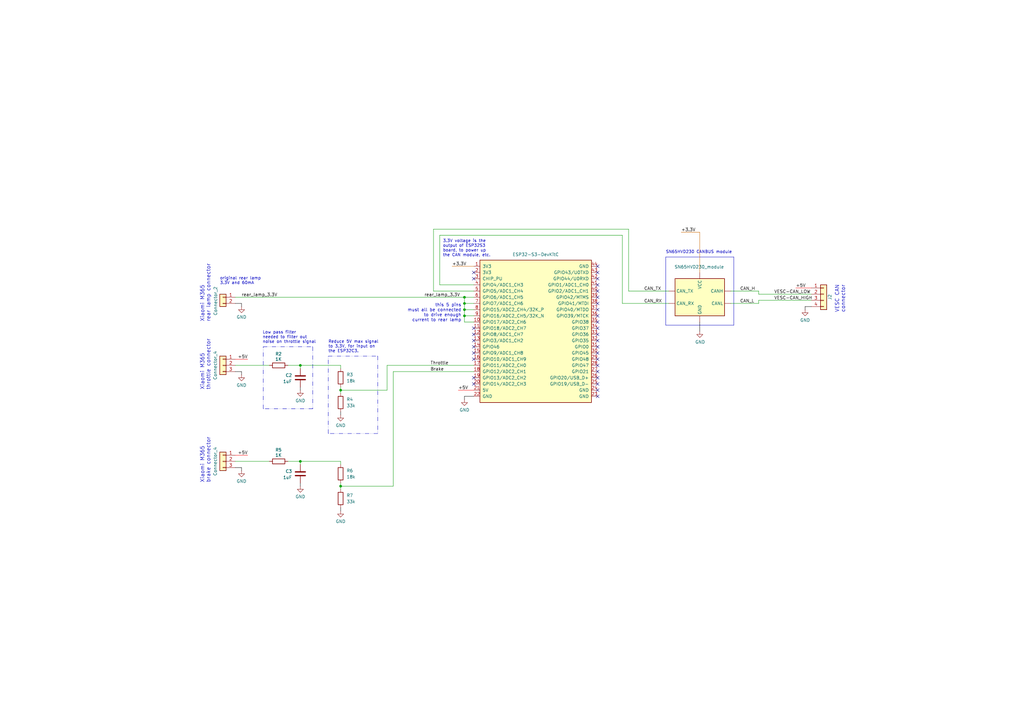
<source format=kicad_sch>
(kicad_sch (version 20231120) (generator "eeschema") (generator_version "8.0")
  (paper "A3")
  (lib_symbols
    (symbol "Connector_Generic:Conn_01x02" (pin_names (offset 1.016) hide)
      (property "Reference" "J" (at 0 2.54 0))
      (property "Value" "Conn_01x02" (at 0 -5.08 0))
      (symbol "Conn_01x02_1_1"
        (rectangle (start -1.27 -2.413) (end 0 -2.667) (stroke (width 0.1524)))
        (rectangle (start -1.27 0.127) (end 0 -0.127) (stroke (width 0.1524)))
        (rectangle (start -1.27 1.27) (end 1.27 -3.81) (stroke (width 0.254)) (fill (type background)))
        (pin passive line (at -5.08 0 0) (length 3.81) (name "Pin_1") (number "1"))
        (pin passive line (at -5.08 -2.54 0) (length 3.81) (name "Pin_2") (number "2"))
      )
    )
    (symbol "Connector_Generic:Conn_01x03" (pin_names (offset 1.016) hide)
      (property "Reference" "J" (at 0 5.08 0))
      (property "Value" "Conn_01x03" (at 0 -5.08 0))
      (symbol "Conn_01x03_1_1"
        (rectangle (start -1.27 -2.413) (end 0 -2.667) (stroke (width 0.1524)))
        (rectangle (start -1.27 0.127) (end 0 -0.127) (stroke (width 0.1524)))
        (rectangle (start -1.27 2.667) (end 0 2.413) (stroke (width 0.1524)))
        (rectangle (start -1.27 3.81) (end 1.27 -3.81) (stroke (width 0.254)) (fill (type background)))
        (pin passive line (at -5.08 2.54 0) (length 3.81) (name "Pin_1") (number "1"))
        (pin passive line (at -5.08 0 0) (length 3.81) (name "Pin_2") (number "2"))
        (pin passive line (at -5.08 -2.54 0) (length 3.81) (name "Pin_3") (number "3"))
      )
    )
    (symbol "Connector_Generic:Conn_01x04" (pin_names (offset 1.016) hide)
      (property "Reference" "J" (at 0 5.08 0))
      (property "Value" "Conn_01x04" (at 0 -7.62 0))
      (symbol "Conn_01x04_1_1"
        (rectangle (start -1.27 -4.953) (end 0 -5.207) (stroke (width 0.1524)))
        (rectangle (start -1.27 -2.413) (end 0 -2.667) (stroke (width 0.1524)))
        (rectangle (start -1.27 0.127) (end 0 -0.127) (stroke (width 0.1524)))
        (rectangle (start -1.27 2.667) (end 0 2.413) (stroke (width 0.1524)))
        (rectangle (start -1.27 3.81) (end 1.27 -6.35) (stroke (width 0.254)) (fill (type background)))
        (pin passive line (at -5.08 2.54 0) (length 3.81) (name "Pin_1") (number "1"))
        (pin passive line (at -5.08 0 0) (length 3.81) (name "Pin_2") (number "2"))
        (pin passive line (at -5.08 -2.54 0) (length 3.81) (name "Pin_3") (number "3"))
        (pin passive line (at -5.08 -5.08 0) (length 3.81) (name "Pin_4") (number "4"))
      )
    )
    (symbol "Device:C" (pin_numbers hide) (pin_names (offset 0.254))
      (property "Reference" "C" (at 0.635 2.54 0))
      (property "Value" "C" (at 0.635 -2.54 0))
      (symbol "C_0_1"
        (polyline (pts (xy -2.032 -0.762) (xy 2.032 -0.762)) (stroke (width 0.508)))
        (polyline (pts (xy -2.032 0.762) (xy 2.032 0.762)) (stroke (width 0.508)))
      )
      (symbol "C_1_1"
        (pin passive line (at 0 3.81 270) (length 2.794) (name "~") (number "1"))
        (pin passive line (at 0 -3.81 90) (length 2.794) (name "~") (number "2"))
      )
    )
    (symbol "Device:R" (pin_numbers hide) (pin_names (offset 0))
      (property "Reference" "R" (at 2.032 0 90))
      (property "Value" "R" (at 0 0 90))
      (symbol "R_0_1"
        (rectangle (start -1.016 -2.54) (end 1.016 2.54) (stroke (width 0.254)))
      )
      (symbol "R_1_1"
        (pin passive line (at 0 3.81 270) (length 1.27) (name "~") (number "1"))
        (pin passive line (at 0 -3.81 90) (length 1.27) (name "~") (number "2"))
      )
    )
    (symbol "Espressif:ESP32-S3-DevKitC" (pin_names (offset 1.016))
      (property "Reference" "U" (at -22.86 33.02 0))
      (property "Value" "ESP32-S3-DevKitC" (at -22.86 30.48 0))
      (symbol "ESP32-S3-DevKitC_0_0"
        (pin bidirectional line (at -25.4 -7.62 0) (length 2.54) (name "GPIO46") (number "14"))
        (pin bidirectional line (at -25.4 -20.32 0) (length 2.54) (name "GPIO13/ADC2_CH2") (number "19"))
        (pin power_in line (at -25.4 22.86 0) (length 2.54) (name "3V3") (number "2"))
        (pin bidirectional line (at 25.4 12.7 180) (length 2.54) (name "GPIO42/MTMS") (number "39"))
        (pin bidirectional line (at 25.4 15.24 180) (length 2.54) (name "GPIO2/ADC1_CH1") (number "40"))
        (pin bidirectional line (at 25.4 17.78 180) (length 2.54) (name "GPIO1/ADC1_CH0") (number "41"))
        (pin bidirectional line (at 25.4 20.32 180) (length 2.54) (name "GPIO44/U0RXD") (number "42"))
        (pin bidirectional line (at 25.4 22.86 180) (length 2.54) (name "GPIO43/U0TXD") (number "43"))
        (pin power_in line (at 25.4 25.4 180) (length 2.54) (name "GND") (number "44"))
      )
      (symbol "ESP32-S3-DevKitC_0_1"
        (rectangle (start -22.86 27.94) (end 22.86 -30.48) (stroke (width 0.254)) (fill (type background)))
      )
      (symbol "ESP32-S3-DevKitC_1_1"
        (pin power_in line (at -25.4 25.4 0) (length 2.54) (name "3V3") (number "1"))
        (pin bidirectional line (at -25.4 2.54 0) (length 2.54) (name "GPIO17/ADC2_CH6") (number "10"))
        (pin bidirectional line (at -25.4 0 0) (length 2.54) (name "GPIO18/ADC2_CH7") (number "11"))
        (pin bidirectional line (at -25.4 -2.54 0) (length 2.54) (name "GPIO8/ADC1_CH7") (number "12"))
        (pin bidirectional line (at -25.4 -5.08 0) (length 2.54) (name "GPIO3/ADC1_CH2") (number "13"))
        (pin bidirectional line (at -25.4 -10.16 0) (length 2.54) (name "GPIO9/ADC1_CH8") (number "15"))
        (pin bidirectional line (at -25.4 -12.7 0) (length 2.54) (name "GPIO10/ADC1_CH9") (number "16"))
        (pin bidirectional line (at -25.4 -15.24 0) (length 2.54) (name "GPIO11/ADC2_CH0") (number "17"))
        (pin bidirectional line (at -25.4 -17.78 0) (length 2.54) (name "GPIO12/ADC2_CH1") (number "18"))
        (pin bidirectional line (at -25.4 -22.86 0) (length 2.54) (name "GPIO14/ADC2_CH3") (number "20"))
        (pin power_in line (at -25.4 -25.4 0) (length 2.54) (name "5V") (number "21"))
        (pin power_in line (at -25.4 -27.94 0) (length 2.54) (name "GND") (number "22"))
        (pin power_in line (at 25.4 -27.94 180) (length 2.54) (name "GND") (number "23"))
        (pin power_in line (at 25.4 -25.4 180) (length 2.54) (name "GND") (number "24"))
        (pin bidirectional line (at 25.4 -22.86 180) (length 2.54) (name "GPIO19/USB_D-") (number "25"))
        (pin bidirectional line (at 25.4 -20.32 180) (length 2.54) (name "GPIO20/USB_D+") (number "26"))
        (pin bidirectional line (at 25.4 -17.78 180) (length 2.54) (name "GPIO21") (number "27"))
        (pin bidirectional line (at 25.4 -15.24 180) (length 2.54) (name "GPIO47") (number "28"))
        (pin bidirectional line (at 25.4 -12.7 180) (length 2.54) (name "GPIO48") (number "29"))
        (pin input line (at -25.4 20.32 0) (length 2.54) (name "CHIP_PU") (number "3"))
        (pin bidirectional line (at 25.4 -10.16 180) (length 2.54) (name "GPIO45") (number "30"))
        (pin bidirectional line (at 25.4 -7.62 180) (length 2.54) (name "GPIO0") (number "31"))
        (pin bidirectional line (at 25.4 -5.08 180) (length 2.54) (name "GPIO35") (number "32"))
        (pin bidirectional line (at 25.4 -2.54 180) (length 2.54) (name "GPIO36") (number "33"))
        (pin bidirectional line (at 25.4 0 180) (length 2.54) (name "GPIO37") (number "34"))
        (pin bidirectional line (at 25.4 2.54 180) (length 2.54) (name "GPIO38") (number "35"))
        (pin bidirectional line (at 25.4 5.08 180) (length 2.54) (name "GPIO39/MTCK") (number "36"))
        (pin bidirectional line (at 25.4 7.62 180) (length 2.54) (name "GPIO40/MTDO") (number "37"))
        (pin bidirectional line (at 25.4 10.16 180) (length 2.54) (name "GPIO41/MTDI") (number "38"))
        (pin bidirectional line (at -25.4 17.78 0) (length 2.54) (name "GPIO4/ADC1_CH3") (number "4"))
        (pin bidirectional line (at -25.4 15.24 0) (length 2.54) (name "GPIO5/ADC1_CH4") (number "5"))
        (pin bidirectional line (at -25.4 12.7 0) (length 2.54) (name "GPIO6/ADC1_CH5") (number "6"))
        (pin bidirectional line (at -25.4 10.16 0) (length 2.54) (name "GPIO7/ADC1_CH6") (number "7"))
        (pin bidirectional line (at -25.4 7.62 0) (length 2.54) (name "GPIO15/ADC2_CH4/32K_P") (number "8"))
        (pin bidirectional line (at -25.4 5.08 0) (length 2.54) (name "GPIO16/ADC2_CH5/32K_N") (number "9"))
      )
    )
    (symbol "TJA1050:TJA1050_module"
      (property "Value" "SN65HVD230_module" (at -10.414 12.446 0))
      (symbol "TJA1050_module_0_1"
        (rectangle (start -10.16 7.62) (end 10.16 -7.62) (stroke (width 0.254)) (fill (type background)))
      )
      (symbol "TJA1050_module_1_1"
        (pin bidirectional line (at 12.7 2.54 180) (length 2.54) (name "CANH") (number ""))
        (pin bidirectional line (at 12.7 -2.54 180) (length 2.54) (name "CANL") (number ""))
        (pin output line (at -12.7 -2.54 0) (length 2.54) (name "CAN_RX") (number ""))
        (pin input line (at -12.7 2.54 0) (length 2.54) (name "CAN_TX") (number ""))
        (pin power_in line (at 0 -10.16 90) (length 2.54) (name "GND") (number ""))
        (pin power_in line (at 0 10.16 270) (length 2.54) (name "VCC") (number ""))
      )
    )
    (symbol "power:GND" (power) (pin_names (offset 0))
      (property "Value" "GND" (at 0 -3.81 0))
      (symbol "GND_0_1"
        (polyline (pts (xy 0 0) (xy 0 -1.27) (xy 1.27 -1.27) (xy 0 -2.54) (xy -1.27 -1.27) (xy 0 -1.27)))
      )
      (symbol "GND_1_1"
        (pin power_in line (at 0 0 270) (length 0) hide (name "GND") (number "1"))
      )
    )
  )
  (junction (at 190.5 124.46))
  (junction (at 190.5 127))
  (junction (at 123.19 149.86))
  (junction (at 123.19 189.23))
  (junction (at 190.5 129.54))
  (junction (at 139.7 199.39))
  (junction (at 190.5 121.92))
  (junction (at 139.7 160.02))
  (no_connect (at 245.11 162.56))
  (no_connect (at 194.31 137.16))
  (no_connect (at 245.11 127))
  (no_connect (at 245.11 144.78))
  (no_connect (at 194.31 111.76))
  (no_connect (at 194.31 144.78))
  (no_connect (at 245.11 152.4))
  (no_connect (at 245.11 132.08))
  (no_connect (at 245.11 157.48))
  (no_connect (at 194.31 134.62))
  (no_connect (at 194.31 139.7))
  (no_connect (at 245.11 109.22))
  (no_connect (at 245.11 139.7))
  (no_connect (at 245.11 134.62))
  (no_connect (at 245.11 147.32))
  (no_connect (at 245.11 149.86))
  (no_connect (at 245.11 129.54))
  (no_connect (at 245.11 154.94))
  (no_connect (at 194.31 114.3))
  (no_connect (at 194.31 157.48))
  (no_connect (at 245.11 137.16))
  (no_connect (at 194.31 147.32))
  (no_connect (at 194.31 154.94))
  (no_connect (at 245.11 124.46))
  (no_connect (at 245.11 121.92))
  (no_connect (at 194.31 142.24))
  (no_connect (at 245.11 116.84))
  (no_connect (at 245.11 160.02))
  (no_connect (at 245.11 111.76))
  (no_connect (at 245.11 114.3))
  (no_connect (at 245.11 142.24))
  (no_connect (at 245.11 119.38))
  (polyline (pts (xy 128.27 142.24) (xy 128.27 167.64)) (stroke (width 0) (type dash_dot_dot)))
  (wire (pts (xy 96.52 189.23) (xy 110.49 189.23)))
  (wire (pts (xy 161.29 152.4) (xy 161.29 199.39)))
  (wire (pts (xy 190.5 124.46) (xy 190.5 121.92)))
  (wire (pts (xy 158.75 160.02) (xy 139.7 160.02)))
  (wire (pts (xy 190.5 132.08) (xy 190.5 129.54)))
  (wire (pts (xy 177.8 93.98) (xy 257.81 93.98)))
  (wire (pts (xy 123.19 149.86) (xy 139.7 149.86)))
  (wire (pts (xy 190.5 127) (xy 190.5 124.46)))
  (wire (pts (xy 99.06 191.77) (xy 99.06 193.04)) (stroke (width 0) (color 0 0 0 1)))
  (wire (pts (xy 257.81 93.98) (xy 257.81 119.38)))
  (wire (pts (xy 187.96 160.02) (xy 194.31 160.02)) (stroke (width 0) (color 255 0 0 1)))
  (wire (pts (xy 158.75 149.86) (xy 158.75 160.02)))
  (wire (pts (xy 194.31 127) (xy 190.5 127)))
  (wire (pts (xy 311.15 120.65) (xy 311.15 119.38)))
  (wire (pts (xy 180.34 116.84) (xy 180.34 96.52)))
  (wire (pts (xy 190.5 132.08) (xy 194.31 132.08)))
  (wire (pts (xy 257.81 119.38) (xy 274.32 119.38)))
  (wire (pts (xy 139.7 199.39) (xy 161.29 199.39)))
  (wire (pts (xy 287.02 95.25) (xy 287.02 111.76)) (stroke (width 0) (color 204 102 0 1)))
  (wire (pts (xy 139.7 198.12) (xy 139.7 199.39)))
  (wire (pts (xy 123.19 189.23) (xy 123.19 190.5)))
  (polyline (pts (xy 154.94 177.8) (xy 134.62 177.8)) (stroke (width 0) (type dash_dot_dot)))
  (polyline (pts (xy 300.99 105.41) (xy 300.99 133.35)))
  (wire (pts (xy 279.4 95.25) (xy 287.02 95.25)) (stroke (width 0) (color 204 102 0 1)))
  (wire (pts (xy 139.7 160.02) (xy 139.7 161.29)))
  (wire (pts (xy 139.7 199.39) (xy 139.7 200.66)))
  (wire (pts (xy 180.34 116.84) (xy 194.31 116.84)))
  (polyline (pts (xy 273.05 105.41) (xy 273.05 133.35)))
  (wire (pts (xy 194.31 119.38) (xy 177.8 119.38)))
  (wire (pts (xy 96.52 121.92) (xy 190.5 121.92)))
  (wire (pts (xy 180.34 96.52) (xy 255.27 96.52)))
  (polyline (pts (xy 107.95 167.64) (xy 107.95 142.24)) (stroke (width 0) (type dash_dot_dot)))
  (wire (pts (xy 299.72 124.46) (xy 311.15 124.46)))
  (wire (pts (xy 96.52 186.69) (xy 101.6 186.69)) (stroke (width 0) (color 255 0 0 1)))
  (wire (pts (xy 177.8 119.38) (xy 177.8 93.98)))
  (wire (pts (xy 139.7 209.55) (xy 139.7 208.28)) (stroke (width 0) (color 0 0 0 1)))
  (polyline (pts (xy 134.62 146.05) (xy 154.94 146.05)) (stroke (width 0) (type dash_dot_dot)))
  (wire (pts (xy 118.11 149.86) (xy 123.19 149.86)))
  (wire (pts (xy 139.7 149.86) (xy 139.7 151.13)))
  (wire (pts (xy 123.19 198.12) (xy 123.19 199.39)) (stroke (width 0) (color 0 0 0 1)))
  (wire (pts (xy 96.52 152.4) (xy 99.06 152.4)) (stroke (width 0) (color 0 0 0 1)))
  (wire (pts (xy 332.74 125.73) (xy 330.2 125.73)) (stroke (width 0) (color 0 0 0 1)))
  (wire (pts (xy 96.52 124.46) (xy 99.06 124.46)) (stroke (width 0) (color 0 0 0 1)))
  (wire (pts (xy 190.5 129.54) (xy 190.5 127)))
  (wire (pts (xy 96.52 147.32) (xy 101.6 147.32)) (stroke (width 0) (color 255 0 0 1)))
  (wire (pts (xy 255.27 96.52) (xy 255.27 124.46)))
  (wire (pts (xy 139.7 158.75) (xy 139.7 160.02)))
  (wire (pts (xy 299.72 119.38) (xy 311.15 119.38)))
  (wire (pts (xy 123.19 189.23) (xy 139.7 189.23)))
  (polyline (pts (xy 134.62 177.8) (xy 134.62 146.05)) (stroke (width 0) (type dash_dot_dot)))
  (wire (pts (xy 123.19 149.86) (xy 123.19 151.13)))
  (wire (pts (xy 311.15 123.19) (xy 332.74 123.19)))
  (wire (pts (xy 194.31 109.22) (xy 185.42 109.22)) (stroke (width 0) (color 204 102 0 1)))
  (polyline (pts (xy 107.95 142.24) (xy 128.27 142.24)) (stroke (width 0) (type dash_dot_dot)))
  (wire (pts (xy 139.7 189.23) (xy 139.7 190.5)))
  (wire (pts (xy 96.52 191.77) (xy 99.06 191.77)) (stroke (width 0) (color 0 0 0 1)))
  (wire (pts (xy 194.31 129.54) (xy 190.5 129.54)))
  (wire (pts (xy 118.11 189.23) (xy 123.19 189.23)))
  (wire (pts (xy 139.7 170.18) (xy 139.7 168.91)) (stroke (width 0) (color 0 0 0 1)))
  (wire (pts (xy 161.29 152.4) (xy 194.31 152.4)))
  (polyline (pts (xy 128.27 167.64) (xy 107.95 167.64)) (stroke (width 0) (type dash_dot_dot)))
  (wire (pts (xy 96.52 149.86) (xy 110.49 149.86)))
  (wire (pts (xy 99.06 152.4) (xy 99.06 153.67)) (stroke (width 0) (color 0 0 0 1)))
  (wire (pts (xy 255.27 124.46) (xy 274.32 124.46)))
  (wire (pts (xy 158.75 149.86) (xy 194.31 149.86)))
  (wire (pts (xy 123.19 158.75) (xy 123.19 160.02)) (stroke (width 0) (color 0 0 0 1)))
  (wire (pts (xy 311.15 124.46) (xy 311.15 123.19)))
  (wire (pts (xy 287.02 132.08) (xy 287.02 135.89)) (stroke (width 0) (color 0 0 0 1)))
  (wire (pts (xy 194.31 124.46) (xy 190.5 124.46)))
  (wire (pts (xy 326.39 118.11) (xy 332.74 118.11)) (stroke (width 0) (color 255 0 0 1)))
  (wire (pts (xy 190.5 121.92) (xy 194.31 121.92)))
  (polyline (pts (xy 273.05 105.41) (xy 300.99 105.41)))
  (wire (pts (xy 330.2 125.73) (xy 330.2 127)) (stroke (width 0) (color 0 0 0 1)))
  (wire (pts (xy 194.31 162.56) (xy 190.5 162.56)) (stroke (width 0) (color 0 0 0 1)))
  (wire (pts (xy 99.06 124.46) (xy 99.06 125.73)) (stroke (width 0) (color 0 0 0 1)))
  (wire (pts (xy 190.5 162.56) (xy 190.5 163.83)) (stroke (width 0) (color 0 0 0 1)))
  (polyline (pts (xy 300.99 133.35) (xy 273.05 133.35)))
  (wire (pts (xy 311.15 120.65) (xy 332.74 120.65)))
  (polyline (pts (xy 154.94 146.05) (xy 154.94 177.8)) (stroke (width 0) (type dash_dot_dot)))
  (text "original rear lamp\n3.3V and 60mA" (at 90.17 116.84 0) (effects (font (size 1.2 1.2)) (justify left bottom)))
  (text "SN65HVD230 CANBUS module" (at 273.05 104.14 0) (effects (font (size 1.2 1.2)) (justify left bottom)))
  (text "Xiaomi M365\nrear lamp connector" (at 86.36 132.08 90) (effects (font (size 1.524 1.524)) (justify left bottom)))
  (text "VESC CAN\nconnector" (at 346.71 128.27 90) (effects (font (size 1.524 1.524)) (justify left bottom)))
  (text "Xiaomi M365\nbrake connector" (at 86.36 198.12 90) (effects (font (size 1.524 1.524)) (justify left bottom)))
  (text "this 5 pins\nmust all be connected\nto drive enough\ncurrent to rear lamp\n" (at 189.23 132.08 0) (effects (font (size 1.27 1.27)) (justify right bottom)))
  (text "3.3V voltage is the\noutput of ESP32S3\nboard, to power up\nthe CAN module, etc." (at 181.61 105.41 0) (effects (font (size 1.2 1.2)) (justify left bottom)))
  (text "Xiaomi M365\nthrottle connector" (at 86.36 160.02 90) (effects (font (size 1.524 1.524)) (justify left bottom)))
  (text "Low pass filter\nneeded to filter out\nnoise on throttle signal\n" (at 107.696 140.97 0) (effects (font (size 1.2 1.2)) (justify left bottom)))
  (text "Reduce 5V max signal\nto 3.3V, for input on\nthe ESP32C3." (at 134.62 144.78 0) (effects (font (size 1.2 1.2)) (justify left bottom)))
  (label "Brake" (at 176.53 152.4 0))
  (label "rear_lamp_3.3V" (at 173.99 121.92 0))
  (label "+5V" (at 326.39 118.11 0))
  (label "CAN_H" (at 303.53 119.38 0))
  (label "rear_lamp_3.3V" (at 99.06 121.92 0))
  (label "+3.3V" (at 185.42 109.22 0))
  (label "VESC-CAN_LOW" (at 317.5 120.65 0))
  (label "CAN_RX" (at 264.16 124.46 0))
  (label "CAN_L" (at 303.53 124.46 0))
  (label "+5V" (at 187.96 160.02 0))
  (label "Throttle" (at 176.53 149.86 0))
  (label "CAN_TX" (at 264.16 119.38 0))
  (label "+5V" (at 101.6 186.69 180))
  (label "+3.3V" (at 279.4 95.25 0))
  (label "VESC-CAN_HIGH" (at 317.5 123.19 0))
  (label "+5V" (at 101.6 147.32 180))
  (symbol (lib_id "power:GND") (at 139.7 170.18 0) (unit 1)
    (property "Reference" "#PWR06" (effects (hide yes)))
    (property "Value" "GND" (at 139.7 174.498 0))
  )
  (symbol (lib_id "Espressif:ESP32-S3-DevKitC") (at 219.71 134.62 0) (unit 1)
    (property "Reference" "U1" (effects (hide yes)))
    (property "Value" "ESP32-S3-DevKitC" (at 219.71 104.394 0))
    (property "Footprint" "Espressif:ESP32-S3-DevKitC" (effects (hide yes)))
  )
  (symbol (lib_id "power:GND") (at 99.06 125.73 0) (unit 1)
    (property "Reference" "#PWR03" (effects (hide yes)))
    (property "Value" "GND" (at 99.06 130.048 0))
  )
  (symbol (lib_id "Connector_Generic:Conn_01x03") (at 91.44 189.23 0) (mirror y) (unit 1)
    (property "Reference" "J3" (effects (hide yes)))
    (property "Value" "Connector_4" (at 88.265 189.23 90))
  )
  (symbol (lib_id "Device:C") (at 123.19 194.31 0) (unit 1)
    (property "Reference" "C3" (at 117.094 193.294 0) (effects (justify left)))
    (property "Value" "1uF" (at 116.078 195.834 0) (effects (justify left)))
  )
  (symbol (lib_id "Connector_Generic:Conn_01x04") (at 337.82 120.65 0) (unit 1)
    (property "Reference" "J2" (at 340.36 120.6499 90) (effects (justify right)))
    (property "Value" "Conn_01x04" (effects (hide yes)))
    (property "Description" "Generic connector, single row, 01x04, script generated (kicad-library-utils/schlib/autogen/connector/)" (effects (hide yes)))
  )
  (symbol (lib_id "Device:R") (at 114.3 149.86 90) (unit 1)
    (property "Reference" "R2" (at 115.57 145.161 90) (effects (justify left)))
    (property "Value" "1K" (at 115.57 147.32 90) (effects (justify left)))
  )
  (symbol (lib_id "power:GND") (at 123.19 160.02 0) (unit 1)
    (property "Reference" "#PWR05" (effects (hide yes)))
    (property "Value" "GND" (at 123.19 164.338 0))
  )
  (symbol (lib_id "Device:R") (at 139.7 194.31 0) (unit 1)
    (property "Reference" "R6" (at 142.113 193.04 0) (effects (justify left)))
    (property "Value" "18k" (at 142.113 195.58 0) (effects (justify left)))
  )
  (symbol (lib_id "power:GND") (at 99.06 193.04 0) (unit 1)
    (property "Reference" "#PWR010" (effects (hide yes)))
    (property "Value" "GND" (at 99.06 197.358 0))
  )
  (symbol (lib_id "Device:C") (at 123.19 154.94 0) (unit 1)
    (property "Reference" "C2" (at 117.094 153.924 0) (effects (justify left)))
    (property "Value" "1uF" (at 116.078 156.464 0) (effects (justify left)))
  )
  (symbol (lib_id "power:GND") (at 330.2 127 0) (mirror y) (unit 1)
    (property "Reference" "#PWR09" (effects (hide yes)))
    (property "Value" "GND" (at 330.2 131.318 0))
  )
  (symbol (lib_id "Device:R") (at 139.7 154.94 0) (unit 1)
    (property "Reference" "R3" (at 142.113 153.67 0) (effects (justify left)))
    (property "Value" "18k" (at 142.113 156.21 0) (effects (justify left)))
  )
  (symbol (lib_id "power:GND") (at 139.7 209.55 0) (unit 1)
    (property "Reference" "#PWR012" (effects (hide yes)))
    (property "Value" "GND" (at 139.7 213.868 0))
  )
  (symbol (lib_id "Connector_Generic:Conn_01x02") (at 91.44 121.92 0) (mirror y) (unit 1)
    (property "Reference" "Connector_2" (at 88.392 123.444 90))
  )
  (symbol (lib_id "Connector_Generic:Conn_01x03") (at 91.44 149.86 0) (mirror y) (unit 1)
    (property "Reference" "J1" (effects (hide yes)))
    (property "Value" "Connector_4" (at 88.265 149.86 90))
  )
  (symbol (lib_id "Device:R") (at 139.7 165.1 0) (unit 1)
    (property "Reference" "R4" (at 142.113 163.83 0) (effects (justify left)))
    (property "Value" "33k" (at 142.113 166.37 0) (effects (justify left)))
  )
  (symbol (lib_id "TJA1050:TJA1050_module") (at 287.02 121.92 0) (unit 1)
    (property "Reference" "U2" (effects (hide yes)))
    (property "Value" "SN65HVD230_module" (at 276.606 109.474 0) (effects (justify left)))
  )
  (symbol (lib_id "Device:R") (at 139.7 204.47 0) (unit 1)
    (property "Reference" "R7" (at 142.113 203.2 0) (effects (justify left)))
    (property "Value" "33k" (at 142.113 205.74 0) (effects (justify left)))
  )
  (symbol (lib_id "power:GND") (at 99.06 153.67 0) (unit 1)
    (property "Reference" "#PWR04" (effects (hide yes)))
    (property "Value" "GND" (at 99.06 157.988 0))
  )
  (symbol (lib_id "power:GND") (at 190.5 163.83 0) (unit 1)
    (property "Reference" "#PWR07" (effects (hide yes)))
    (property "Value" "GND" (at 190.5 168.148 0))
  )
  (symbol (lib_id "power:GND") (at 287.02 135.89 0) (unit 1)
    (property "Reference" "#PWR08" (effects (hide yes)))
    (property "Value" "GND" (at 287.147 140.2842 0))
  )
  (symbol (lib_id "power:GND") (at 123.19 199.39 0) (unit 1)
    (property "Reference" "#PWR011" (effects (hide yes)))
    (property "Value" "GND" (at 123.19 203.708 0))
  )
  (symbol (lib_id "Device:R") (at 114.3 189.23 90) (unit 1)
    (property "Reference" "R5" (at 115.57 184.531 90) (effects (justify left)))
    (property "Value" "1K" (at 115.57 186.69 90) (effects (justify left)))
  )
)
</source>
